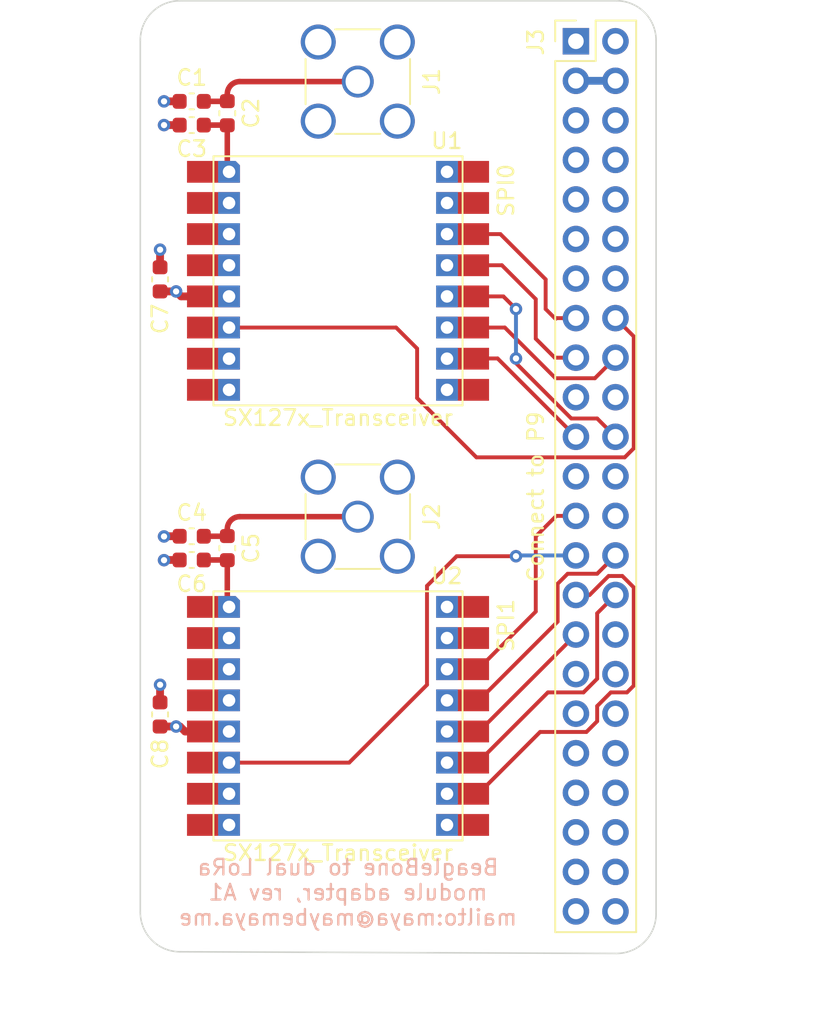
<source format=kicad_pcb>
(kicad_pcb (version 20211014) (generator pcbnew)
  (title_block (title "BeagleBone to dual LoRa module adapter") (date "2023-04-14") (rev "A1") (company "Maya"))
  (layers (0 "F.Cu" signal) (1 "In1.Cu" signal) (2 "In2.Cu" signal) (31 "B.Cu" signal) (34 "B.Paste" user) (35 "F.Paste" user) (36 "B.SilkS" user "B.Silkscreen") (37 "F.SilkS" user "F.Silkscreen") (38 "B.Mask" user) (39 "F.Mask" user) (44 "Edge.Cuts" user))
  (net 0 "")
  (net 1 "GND")
  (net 2 "Net-(C1-Pad2)")
  (net 3 "Net-(C2-Pad2)")
  (net 4 "Net-(C4-Pad2)")
  (net 5 "Net-(C5-Pad2)")
  (net 6 "+3V3")
  (net 9 "/IRQ0")
  (net 12 "/MISO0")
  (net 13 "/MOSI0")
  (net 14 "/SCK0")
  (net 15 "/~{CS0}")
  (net 16 "/~{RESET0}")
  (net 20 "/IRQ1")
  (net 23 "/MISO1")
  (net 24 "/MOSI1")
  (net 25 "/SCK1")
  (net 26 "/~{CS1}")
  (net 27 "/~{RESET1}")
  (footprint "Library:LoRaModule-16_16.0x16.0mm_Layout2x8_P2.0mm" (layer "F.Cu") (at 101.22 86.075)
    (fp_text reference "U2" (at 14.985 -0.985 unlocked) (layer "F.SilkS"))
    (fp_text value "SX127x_Transceiver" (at 8 16.795 unlocked) (layer "F.SilkS"))
    (fp_line (start 0 16) (end 0 0) (layer "F.SilkS") (width 0.12))
    (fp_line (start 0 0) (end 16 0) (layer "F.SilkS") (width 0.12))
    (fp_line (start 16 0) (end 16 16) (layer "F.SilkS") (width 0.12))
    (fp_line (start 16 16) (end 0 16) (layer "F.SilkS") (width 0.12))
    (pad "1" thru_hole roundrect (at 1 1) (size 1.4 1.4) (drill 0.8) (layers *.Cu *.Mask) (roundrect_rratio 0) (chamfer_ratio 0.2) (chamfer top_right) (net 5 "Net-(C5-Pad2)"))
    (pad "1" smd rect (at -0.7 1) (size 2 1.4) (layers "F.Cu" "F.Paste" "F.Mask") (net 5 "Net-(C5-Pad2)"))
    (pad "2" smd rect (at -0.7 3) (size 2 1.4) (layers "F.Cu" "F.Paste" "F.Mask") (net 1 "GND"))
    (pad "2" thru_hole rect (at 1 3) (size 1.4 1.4) (drill 0.8) (layers *.Cu *.Mask) (net 1 "GND"))
    (pad "3" smd rect (at -0.7 5) (size 2 1.4) (layers "F.Cu" "F.Paste" "F.Mask"))
    (pad "3" thru_hole rect (at 1 5) (size 1.4 1.4) (drill 0.8) (layers *.Cu *.Mask))
    (pad "4" thru_hole rect (at 1 7) (size 1.4 1.4) (drill 0.8) (layers *.Cu *.Mask))
    (pad "4" smd rect (at -0.7 7) (size 2 1.4) (layers "F.Cu" "F.Paste" "F.Mask"))
    (pad "5" smd rect (at -0.7 9) (size 2 1.4) (layers "F.Cu" "F.Paste" "F.Mask") (net 6 "+3V3"))
    (pad "5" thru_hole rect (at 1 9) (size 1.4 1.4) (drill 0.8) (layers *.Cu *.Mask) (net 6 "+3V3"))
    (pad "6" smd rect (at -0.7 11) (size 2 1.4) (layers "F.Cu" "F.Paste" "F.Mask") (net 20 "/IRQ1"))
    (pad "6" thru_hole rect (at 1 11) (size 1.4 1.4) (drill 0.8) (layers *.Cu *.Mask) (net 20 "/IRQ1"))
    (pad "7" thru_hole rect (at 1 13) (size 1.4 1.4) (drill 0.8) (layers *.Cu *.Mask))
    (pad "7" smd rect (at -0.7 13) (size 2 1.4) (layers "F.Cu" "F.Paste" "F.Mask"))
    (pad "8" thru_hole rect (at 1 15) (size 1.4 1.4) (drill 0.8) (layers *.Cu *.Mask))
    (pad "8" smd rect (at -0.7 15) (size 2 1.4) (layers "F.Cu" "F.Paste" "F.Mask"))
    (pad "9" smd rect (at 16.7 15) (size 2 1.4) (layers "F.Cu" "F.Paste" "F.Mask") (net 1 "GND"))
    (pad "9" thru_hole rect (at 15 15) (size 1.4 1.4) (drill 0.8) (layers *.Cu *.Mask) (net 1 "GND"))
    (pad "10" thru_hole rect (at 15 13) (size 1.4 1.4) (drill 0.8) (layers *.Cu *.Mask) (net 23 "/MISO1"))
    (pad "10" smd rect (at 16.7 13) (size 2 1.4) (layers "F.Cu" "F.Paste" "F.Mask") (net 23 "/MISO1"))
    (pad "11" smd rect (at 16.7 11) (size 2 1.4) (layers "F.Cu" "F.Paste" "F.Mask") (net 24 "/MOSI1"))
    (pad "11" thru_hole rect (at 15 11) (size 1.4 1.4) (drill 0.8) (layers *.Cu *.Mask) (net 24 "/MOSI1"))
    (pad "12" smd rect (at 16.7 9) (size 2 1.4) (layers "F.Cu" "F.Paste" "F.Mask") (net 25 "/SCK1"))
    (pad "12" thru_hole rect (at 15 9) (size 1.4 1.4) (drill 0.8) (layers *.Cu *.Mask) (net 25 "/SCK1"))
    (pad "13" thru_hole rect (at 15 7) (size 1.4 1.4) (drill 0.8) (layers *.Cu *.Mask) (net 26 "/~{CS1}"))
    (pad "13" smd rect (at 16.7 7) (size 2 1.4) (layers "F.Cu" "F.Paste" "F.Mask") (net 26 "/~{CS1}"))
    (pad "14" smd rect (at 16.7 5) (size 2 1.4) (layers "F.Cu" "F.Paste" "F.Mask") (net 27 "/~{RESET1}"))
    (pad "14" thru_hole rect (at 15 5) (size 1.4 1.4) (drill 0.8) (layers *.Cu *.Mask) (net 27 "/~{RESET1}"))
    (pad "15" thru_hole rect (at 15 3) (size 1.4 1.4) (drill 0.8) (layers *.Cu *.Mask))
    (pad "15" smd rect (at 16.7 3) (size 2 1.4) (layers "F.Cu" "F.Paste" "F.Mask"))
    (pad "16" smd rect (at 16.7 1) (size 2 1.4) (layers "F.Cu" "F.Paste" "F.Mask") (net 1 "GND"))
    (pad "16" thru_hole rect (at 15 1) (size 1.4 1.4) (drill 0.8) (layers *.Cu *.Mask) (net 1 "GND"))
  )
  (footprint "Capacitor_SMD:C_0603_1608Metric" (layer "F.Cu") (at 99.822 82.537)
    (fp_text reference "C4" (at 0 -1.511 180) (layer "F.SilkS"))
    (fp_text value "DNP")
    (fp_line (start -0.14058 0.51) (end 0.14058 0.51) (layer "F.SilkS") (width 0.12))
    (fp_line (start -0.14058 -0.51) (end 0.14058 -0.51) (layer "F.SilkS") (width 0.12))
    (pad "1" smd roundrect (at -0.775 0) (size 0.9 0.95) (layers "F.Cu" "F.Paste" "F.Mask") (net 1 "GND"))
    (pad "2" smd roundrect (at 0.775 0) (size 0.9 0.95) (layers "F.Cu" "F.Paste" "F.Mask") (net 4 "Net-(C4-Pad2)"))
  )
  (footprint "Capacitor_SMD:C_0603_1608Metric" (layer "F.Cu") (at 99.822 56.134 180)
    (fp_text reference "C3" (at 0 -1.524 180) (layer "F.SilkS"))
    (fp_text value "DNP")
    (fp_line (start -0.14058 -0.51) (end 0.14058 -0.51) (layer "F.SilkS") (width 0.12))
    (fp_line (start -0.14058 0.51) (end 0.14058 0.51) (layer "F.SilkS") (width 0.12))
    (pad "1" smd roundrect (at -0.775 0 180) (size 0.9 0.95) (layers "F.Cu" "F.Paste" "F.Mask") (net 3 "Net-(C2-Pad2)"))
    (pad "2" smd roundrect (at 0.775 0 180) (size 0.9 0.95) (layers "F.Cu" "F.Paste" "F.Mask") (net 1 "GND"))
  )
  (footprint "Capacitor_SMD:C_0603_1608Metric" (layer "F.Cu") (at 102.108 55.372 -90)
    (fp_text reference "C2" (at 0 -1.524 -90) (layer "F.SilkS"))
    (fp_text value "220p")
    (fp_line (start -0.14058 -0.51) (end 0.14058 -0.51) (layer "F.SilkS") (width 0.12))
    (fp_line (start -0.14058 0.51) (end 0.14058 0.51) (layer "F.SilkS") (width 0.12))
    (pad "1" smd roundrect (at -0.775 0 270) (size 0.9 0.95) (layers "F.Cu" "F.Paste" "F.Mask") (net 2 "Net-(C1-Pad2)"))
    (pad "2" smd roundrect (at 0.775 0 270) (size 0.9 0.95) (layers "F.Cu" "F.Paste" "F.Mask") (net 3 "Net-(C2-Pad2)"))
  )
  (footprint "Capacitor_SMD:C_0603_1608Metric" (layer "F.Cu") (at 99.822 84.061 180)
    (fp_text reference "C6" (at 0 -1.537 180) (layer "F.SilkS"))
    (fp_text value "DNP")
    (fp_line (start -0.14058 -0.51) (end 0.14058 -0.51) (layer "F.SilkS") (width 0.12))
    (fp_line (start -0.14058 0.51) (end 0.14058 0.51) (layer "F.SilkS") (width 0.12))
    (pad "1" smd roundrect (at -0.775 0 180) (size 0.9 0.95) (layers "F.Cu" "F.Paste" "F.Mask") (net 5 "Net-(C5-Pad2)"))
    (pad "2" smd roundrect (at 0.775 0 180) (size 0.9 0.95) (layers "F.Cu" "F.Paste" "F.Mask") (net 1 "GND"))
  )
  (footprint "Connector_PinHeader_2.54mm:PinHeader_2x23_P2.54mm_Vertical" (layer "F.Cu") (at 124.5 50.75)
    (fp_text reference "J3" (at -2.58 0.05 270) (layer "F.SilkS"))
    (fp_text value "Conn_02x23_Odd_Even" hide)
    (fp_line (start 1.27 -1.33) (end 3.87 -1.33) (layer "F.SilkS") (width 0.12))
    (fp_line (start 3.87 -1.33) (end 3.87 57.21) (layer "F.SilkS") (width 0.12))
    (fp_line (start -1.33 57.21) (end 3.87 57.21) (layer "F.SilkS") (width 0.12))
    (fp_line (start -1.33 -1.33) (end 0 -1.33) (layer "F.SilkS") (width 0.12))
    (fp_line (start -1.33 1.27) (end 1.27 1.27) (layer "F.SilkS") (width 0.12))
    (fp_line (start -1.33 0) (end -1.33 -1.33) (layer "F.SilkS") (width 0.12))
    (fp_line (start -1.33 1.27) (end -1.33 57.21) (layer "F.SilkS") (width 0.12))
    (fp_line (start 1.27 1.27) (end 1.27 -1.33) (layer "F.SilkS") (width 0.12))
    (pad "1" thru_hole rect (at 0 0) (size 1.7 1.7) (drill 1) (layers *.Cu *.Mask) (net 1 "GND"))
    (pad "2" thru_hole oval (at 2.54 0) (size 1.7 1.7) (drill 1) (layers *.Cu *.Mask) (net 1 "GND"))
    (pad "3" thru_hole oval (at 0 2.54) (size 1.7 1.7) (drill 1) (layers *.Cu *.Mask) (net 6 "+3V3"))
    (pad "4" thru_hole oval (at 2.54 2.54) (size 1.7 1.7) (drill 1) (layers *.Cu *.Mask) (net 6 "+3V3"))
    (pad "5" thru_hole oval (at 0 5.08) (size 1.7 1.7) (drill 1) (layers *.Cu *.Mask))
    (pad "6" thru_hole oval (at 2.54 5.08) (size 1.7 1.7) (drill 1) (layers *.Cu *.Mask))
    (pad "7" thru_hole oval (at 0 7.62) (size 1.7 1.7) (drill 1) (layers *.Cu *.Mask))
    (pad "8" thru_hole oval (at 2.54 7.62) (size 1.7 1.7) (drill 1) (layers *.Cu *.Mask))
    (pad "9" thru_hole oval (at 0 10.16) (size 1.7 1.7) (drill 1) (layers *.Cu *.Mask))
    (pad "10" thru_hole oval (at 2.54 10.16) (size 1.7 1.7) (drill 1) (layers *.Cu *.Mask))
    (pad "11" thru_hole oval (at 0 12.7) (size 1.7 1.7) (drill 1) (layers *.Cu *.Mask))
    (pad "12" thru_hole oval (at 2.54 12.7) (size 1.7 1.7) (drill 1) (layers *.Cu *.Mask))
    (pad "13" thru_hole oval (at 0 15.24) (size 1.7 1.7) (drill 1) (layers *.Cu *.Mask))
    (pad "14" thru_hole oval (at 2.54 15.24) (size 1.7 1.7) (drill 1) (layers *.Cu *.Mask))
    (pad "15" thru_hole oval (at 0 17.78) (size 1.7 1.7) (drill 1) (layers *.Cu *.Mask) (net 16 "/~{RESET0}"))
    (pad "16" thru_hole oval (at 2.54 17.78) (size 1.7 1.7) (drill 1) (layers *.Cu *.Mask) (net 9 "/IRQ0"))
    (pad "17" thru_hole oval (at 0 20.32) (size 1.7 1.7) (drill 1) (layers *.Cu *.Mask) (net 15 "/~{CS0}"))
    (pad "18" thru_hole oval (at 2.54 20.32) (size 1.7 1.7) (drill 1) (layers *.Cu *.Mask) (net 13 "/MOSI0"))
    (pad "19" thru_hole oval (at 0 22.86) (size 1.7 1.7) (drill 1) (layers *.Cu *.Mask))
    (pad "20" thru_hole oval (at 2.54 22.86) (size 1.7 1.7) (drill 1) (layers *.Cu *.Mask))
    (pad "21" thru_hole oval (at 0 25.4) (size 1.7 1.7) (drill 1) (layers *.Cu *.Mask) (net 12 "/MISO0"))
    (pad "22" thru_hole oval (at 2.54 25.4) (size 1.7 1.7) (drill 1) (layers *.Cu *.Mask) (net 14 "/SCK0"))
    (pad "23" thru_hole oval (at 0 27.94) (size 1.7 1.7) (drill 1) (layers *.Cu *.Mask))
    (pad "24" thru_hole oval (at 2.54 27.94) (size 1.7 1.7) (drill 1) (layers *.Cu *.Mask))
    (pad "25" thru_hole oval (at 0 30.48) (size 1.7 1.7) (drill 1) (layers *.Cu *.Mask) (net 27 "/~{RESET1}"))
    (pad "26" thru_hole oval (at 2.54 30.48) (size 1.7 1.7) (drill 1) (layers *.Cu *.Mask))
    (pad "27" thru_hole oval (at 0 33.02) (size 1.7 1.7) (drill 1) (layers *.Cu *.Mask) (net 20 "/IRQ1"))
    (pad "28" thru_hole oval (at 2.54 33.02) (size 1.7 1.7) (drill 1) (layers *.Cu *.Mask) (net 26 "/~{CS1}"))
    (pad "29" thru_hole oval (at 0 35.56) (size 1.7 1.7) (drill 1) (layers *.Cu *.Mask) (net 23 "/MISO1"))
    (pad "30" thru_hole oval (at 2.54 35.56) (size 1.7 1.7) (drill 1) (layers *.Cu *.Mask) (net 24 "/MOSI1"))
    (pad "31" thru_hole oval (at 0 38.1) (size 1.7 1.7) (drill 1) (layers *.Cu *.Mask) (net 25 "/SCK1"))
    (pad "32" thru_hole oval (at 2.54 38.1) (size 1.7 1.7) (drill 1) (layers *.Cu *.Mask))
    (pad "33" thru_hole oval (at 0 40.64) (size 1.7 1.7) (drill 1) (layers *.Cu *.Mask))
    (pad "34" thru_hole oval (at 2.54 40.64) (size 1.7 1.7) (drill 1) (layers *.Cu *.Mask))
    (pad "35" thru_hole oval (at 0 43.18) (size 1.7 1.7) (drill 1) (layers *.Cu *.Mask))
    (pad "36" thru_hole oval (at 2.54 43.18) (size 1.7 1.7) (drill 1) (layers *.Cu *.Mask))
    (pad "37" thru_hole oval (at 0 45.72) (size 1.7 1.7) (drill 1) (layers *.Cu *.Mask))
    (pad "38" thru_hole oval (at 2.54 45.72) (size 1.7 1.7) (drill 1) (layers *.Cu *.Mask))
    (pad "39" thru_hole oval (at 0 48.26) (size 1.7 1.7) (drill 1) (layers *.Cu *.Mask))
    (pad "40" thru_hole oval (at 2.54 48.26) (size 1.7 1.7) (drill 1) (layers *.Cu *.Mask))
    (pad "41" thru_hole oval (at 0 50.8) (size 1.7 1.7) (drill 1) (layers *.Cu *.Mask))
    (pad "42" thru_hole oval (at 2.54 50.8) (size 1.7 1.7) (drill 1) (layers *.Cu *.Mask))
    (pad "43" thru_hole oval (at 0 53.34) (size 1.7 1.7) (drill 1) (layers *.Cu *.Mask) (net 1 "GND"))
    (pad "44" thru_hole oval (at 2.54 53.34) (size 1.7 1.7) (drill 1) (layers *.Cu *.Mask) (net 1 "GND"))
    (pad "45" thru_hole oval (at 0 55.88) (size 1.7 1.7) (drill 1) (layers *.Cu *.Mask) (net 1 "GND"))
    (pad "46" thru_hole oval (at 2.54 55.88) (size 1.7 1.7) (drill 1) (layers *.Cu *.Mask) (net 1 "GND"))
  )
  (footprint "Library:SMA_Cinch_142-0701_Vertical" (layer "F.Cu") (at 110.49 53.34 -90)
    (fp_text reference "J1" (at 0 -4.75 90) (layer "F.SilkS"))
    (fp_text value "Conn_Coaxial" hide)
    (fp_line (start 3.355 -1.45) (end 3.355 1.45) (layer "F.SilkS") (width 0.12))
    (fp_line (start -1.45 3.355) (end 1.45 3.355) (layer "F.SilkS") (width 0.12))
    (fp_line (start -1.45 -3.355) (end 1.45 -3.355) (layer "F.SilkS") (width 0.12))
    (fp_line (start -3.355 -1.45) (end -3.355 1.45) (layer "F.SilkS") (width 0.12))
    (pad "1" thru_hole circle (at 0 0 270) (size 2.05 2.05) (drill 1.57) (layers *.Cu *.Mask) (net 2 "Net-(C1-Pad2)"))
    (pad "2" thru_hole circle (at -2.54 2.54 270) (size 2.25 2.25) (drill 1.7) (layers *.Cu *.Mask) (net 1 "GND"))
    (pad "2" thru_hole circle (at 2.54 2.54 270) (size 2.25 2.25) (drill 1.7) (layers *.Cu *.Mask) (net 1 "GND"))
    (pad "2" thru_hole circle (at 2.54 -2.54 270) (size 2.25 2.25) (drill 1.7) (layers *.Cu *.Mask) (net 1 "GND"))
    (pad "2" thru_hole circle (at -2.54 -2.54 270) (size 2.25 2.25) (drill 1.7) (layers *.Cu *.Mask) (net 1 "GND"))
  )
  (footprint "Capacitor_SMD:C_0603_1608Metric" (layer "F.Cu") (at 97.79 66.04 90)
    (fp_text reference "C7" (at -2.54 0 90) (layer "F.SilkS"))
    (fp_text value "10u")
    (fp_line (start -0.14058 -0.51) (end 0.14058 -0.51) (layer "F.SilkS") (width 0.12))
    (fp_line (start -0.14058 0.51) (end 0.14058 0.51) (layer "F.SilkS") (width 0.12))
    (pad "1" smd roundrect (at -0.775 0 90) (size 0.9 0.95) (layers "F.Cu" "F.Paste" "F.Mask") (net 6 "+3V3"))
    (pad "2" smd roundrect (at 0.775 0 90) (size 0.9 0.95) (layers "F.Cu" "F.Paste" "F.Mask") (net 1 "GND"))
  )
  (footprint "Capacitor_SMD:C_0603_1608Metric" (layer "F.Cu") (at 99.822 54.61)
    (fp_text reference "C1" (at 0 -1.524 180) (layer "F.SilkS"))
    (fp_text value "DNP")
    (fp_line (start -0.14058 -0.51) (end 0.14058 -0.51) (layer "F.SilkS") (width 0.12))
    (fp_line (start -0.14058 0.51) (end 0.14058 0.51) (layer "F.SilkS") (width 0.12))
    (pad "1" smd roundrect (at -0.775 0) (size 0.9 0.95) (layers "F.Cu" "F.Paste" "F.Mask") (net 1 "GND"))
    (pad "2" smd roundrect (at 0.775 0) (size 0.9 0.95) (layers "F.Cu" "F.Paste" "F.Mask") (net 2 "Net-(C1-Pad2)"))
  )
  (footprint "Capacitor_SMD:C_0603_1608Metric" (layer "F.Cu") (at 97.79 93.98 90)
    (fp_text reference "C8" (at -2.54 0 90) (layer "F.SilkS"))
    (fp_text value "10u")
    (fp_line (start -0.14058 0.51) (end 0.14058 0.51) (layer "F.SilkS") (width 0.12))
    (fp_line (start -0.14058 -0.51) (end 0.14058 -0.51) (layer "F.SilkS") (width 0.12))
    (pad "1" smd roundrect (at -0.775 0 90) (size 0.9 0.95) (layers "F.Cu" "F.Paste" "F.Mask") (net 6 "+3V3"))
    (pad "2" smd roundrect (at 0.775 0 90) (size 0.9 0.95) (layers "F.Cu" "F.Paste" "F.Mask") (net 1 "GND"))
  )
  (footprint "Library:LoRaModule-16_16.0x16.0mm_Layout2x8_P2.0mm" (layer "F.Cu") (at 101.22 58.135)
    (fp_text reference "U1" (at 14.985 -0.985 unlocked) (layer "F.SilkS"))
    (fp_text value "SX127x_Transceiver" (at 8 16.795 unlocked) (layer "F.SilkS"))
    (fp_line (start 0 0) (end 16 0) (layer "F.SilkS") (width 0.12))
    (fp_line (start 0 16) (end 0 0) (layer "F.SilkS") (width 0.12))
    (fp_line (start 16 16) (end 0 16) (layer "F.SilkS") (width 0.12))
    (fp_line (start 16 0) (end 16 16) (layer "F.SilkS") (width 0.12))
    (pad "1" thru_hole roundrect (at 1 1) (size 1.4 1.4) (drill 0.8) (layers *.Cu *.Mask) (roundrect_rratio 0) (chamfer_ratio 0.2) (chamfer top_right) (net 3 "Net-(C2-Pad2)"))
    (pad "1" smd rect (at -0.7 1) (size 2 1.4) (layers "F.Cu" "F.Paste" "F.Mask") (net 3 "Net-(C2-Pad2)"))
    (pad "2" smd rect (at -0.7 3) (size 2 1.4) (layers "F.Cu" "F.Paste" "F.Mask") (net 1 "GND"))
    (pad "2" thru_hole rect (at 1 3) (size 1.4 1.4) (drill 0.8) (layers *.Cu *.Mask) (net 1 "GND"))
    (pad "3" smd rect (at -0.7 5) (size 2 1.4) (layers "F.Cu" "F.Paste" "F.Mask"))
    (pad "3" thru_hole rect (at 1 5) (size 1.4 1.4) (drill 0.8) (layers *.Cu *.Mask))
    (pad "4" smd rect (at -0.7 7) (size 2 1.4) (layers "F.Cu" "F.Paste" "F.Mask"))
    (pad "4" thru_hole rect (at 1 7) (size 1.4 1.4) (drill 0.8) (layers *.Cu *.Mask))
    (pad "5" thru_hole rect (at 1 9) (size 1.4 1.4) (drill 0.8) (layers *.Cu *.Mask) (net 6 "+3V3"))
    (pad "5" smd rect (at -0.7 9) (size 2 1.4) (layers "F.Cu" "F.Paste" "F.Mask") (net 6 "+3V3"))
    (pad "6" thru_hole rect (at 1 11) (size 1.4 1.4) (drill 0.8) (layers *.Cu *.Mask) (net 9 "/IRQ0"))
    (pad "6" smd rect (at -0.7 11) (size 2 1.4) (layers "F.Cu" "F.Paste" "F.Mask") (net 9 "/IRQ0"))
    (pad "7" thru_hole rect (at 1 13) (size 1.4 1.4) (drill 0.8) (layers *.Cu *.Mask))
    (pad "7" smd rect (at -0.7 13) (size 2 1.4) (layers "F.Cu" "F.Paste" "F.Mask"))
    (pad "8" smd rect (at -0.7 15) (size 2 1.4) (layers "F.Cu" "F.Paste" "F.Mask"))
    (pad "8" thru_hole rect (at 1 15) (size 1.4 1.4) (drill 0.8) (layers *.Cu *.Mask))
    (pad "9" thru_hole rect (at 15 15) (size 1.4 1.4) (drill 0.8) (layers *.Cu *.Mask) (net 1 "GND"))
    (pad "9" smd rect (at 16.7 15) (size 2 1.4) (layers "F.Cu" "F.Paste" "F.Mask") (net 1 "GND"))
    (pad "10" thru_hole rect (at 15 13) (size 1.4 1.4) (drill 0.8) (layers *.Cu *.Mask) (net 12 "/MISO0"))
    (pad "10" smd rect (at 16.7 13) (size 2 1.4) (layers "F.Cu" "F.Paste" "F.Mask") (net 12 "/MISO0"))
    (pad "11" thru_hole rect (at 15 11) (size 1.4 1.4) (drill 0.8) (layers *.Cu *.Mask) (net 13 "/MOSI0"))
    (pad "11" smd rect (at 16.7 11) (size 2 1.4) (layers "F.Cu" "F.Paste" "F.Mask") (net 13 "/MOSI0"))
    (pad "12" smd rect (at 16.7 9) (size 2 1.4) (layers "F.Cu" "F.Paste" "F.Mask") (net 14 "/SCK0"))
    (pad "12" thru_hole rect (at 15 9) (size 1.4 1.4) (drill 0.8) (layers *.Cu *.Mask) (net 14 "/SCK0"))
    (pad "13" smd rect (at 16.7 7) (size 2 1.4) (layers "F.Cu" "F.Paste" "F.Mask") (net 15 "/~{CS0}"))
    (pad "13" thru_hole rect (at 15 7) (size 1.4 1.4) (drill 0.8) (layers *.Cu *.Mask) (net 15 "/~{CS0}"))
    (pad "14" smd rect (at 16.7 5) (size 2 1.4) (layers "F.Cu" "F.Paste" "F.Mask") (net 16 "/~{RESET0}"))
    (pad "14" thru_hole rect (at 15 5) (size 1.4 1.4) (drill 0.8) (layers *.Cu *.Mask) (net 16 "/~{RESET0}"))
    (pad "15" thru_hole rect (at 15 3) (size 1.4 1.4) (drill 0.8) (layers *.Cu *.Mask))
    (pad "15" smd rect (at 16.7 3) (size 2 1.4) (layers "F.Cu" "F.Paste" "F.Mask"))
    (pad "16" thru_hole rect (at 15 1) (size 1.4 1.4) (drill 0.8) (layers *.Cu *.Mask) (net 1 "GND"))
    (pad "16" smd rect (at 16.7 1) (size 2 1.4) (layers "F.Cu" "F.Paste" "F.Mask") (net 1 "GND"))
  )
  (footprint "Capacitor_SMD:C_0603_1608Metric" (layer "F.Cu") (at 102.108 83.299 -90)
    (fp_text reference "C5" (at 0.013 -1.524 -90) (layer "F.SilkS"))
    (fp_text value "220p")
    (fp_line (start -0.14058 -0.51) (end 0.14058 -0.51) (layer "F.SilkS") (width 0.12))
    (fp_line (start -0.14058 0.51) (end 0.14058 0.51) (layer "F.SilkS") (width 0.12))
    (pad "1" smd roundrect (at -0.775 0 270) (size 0.9 0.95) (layers "F.Cu" "F.Paste" "F.Mask") (net 4 "Net-(C4-Pad2)"))
    (pad "2" smd roundrect (at 0.775 0 270) (size 0.9 0.95) (layers "F.Cu" "F.Paste" "F.Mask") (net 5 "Net-(C5-Pad2)"))
  )
  (footprint "Library:SMA_Cinch_142-0701_Vertical" (layer "F.Cu") (at 110.49 81.28 -90)
    (fp_text reference "J2" (at 0 -4.75 90) (layer "F.SilkS"))
    (fp_text value "Conn_Coaxial" hide)
    (fp_line (start -1.45 3.355) (end 1.45 3.355) (layer "F.SilkS") (width 0.12))
    (fp_line (start 3.355 -1.45) (end 3.355 1.45) (layer "F.SilkS") (width 0.12))
    (fp_line (start -1.45 -3.355) (end 1.45 -3.355) (layer "F.SilkS") (width 0.12))
    (fp_line (start -3.355 -1.45) (end -3.355 1.45) (layer "F.SilkS") (width 0.12))
    (pad "1" thru_hole circle (at 0 0 270) (size 2.05 2.05) (drill 1.57) (layers *.Cu *.Mask) (net 4 "Net-(C4-Pad2)"))
    (pad "2" thru_hole circle (at 2.54 -2.54 270) (size 2.25 2.25) (drill 1.7) (layers *.Cu *.Mask) (net 1 "GND"))
    (pad "2" thru_hole circle (at -2.54 -2.54 270) (size 2.25 2.25) (drill 1.7) (layers *.Cu *.Mask) (net 1 "GND"))
    (pad "2" thru_hole circle (at 2.54 2.54 270) (size 2.25 2.25) (drill 1.7) (layers *.Cu *.Mask) (net 1 "GND"))
    (pad "2" thru_hole circle (at -2.54 2.54 270) (size 2.25 2.25) (drill 1.7) (layers *.Cu *.Mask) (net 1 "GND"))
  )
  (gr_arc (start 99.06 109.22) (mid 97.263949 108.476051) (end 96.52 106.68) (layer "Edge.Cuts") (width 0.1))
  (gr_line (start 129.648949 50.691051) (end 129.648949 106.788949) (layer "Edge.Cuts") (width 0.1))
  (gr_arc (start 129.648949 106.788949) (mid 128.905 108.585) (end 127.108949 109.328949) (layer "Edge.Cuts") (width 0.1))
  (gr_line (start 96.52 106.68) (end 96.52 50.691051) (layer "Edge.Cuts") (width 0.1))
  (gr_line (start 127.108949 48.151051) (end 99.06 48.151051) (layer "Edge.Cuts") (width 0.1))
  (gr_line (start 127.108949 109.328949) (end 99.06 109.22) (layer "Edge.Cuts") (width 0.1))
  (gr_arc (start 96.52 50.691051) (mid 97.263949 48.895) (end 99.06 48.151051) (layer "Edge.Cuts") (width 0.1))
  (gr_arc (start 127.108949 48.151051) (mid 128.905 48.895) (end 129.648949 50.691051) (layer "Edge.Cuts") (width 0.1))
  (gr_text "BeagleBone to dual LoRa\nmodule adapter, rev ${REVISION}\nmailto:maya@maybemaya.me" (at 109.855 105.41) (layer "B.SilkS") (effects (font (size 1 1)) (justify mirror)))
  (gr_text "SPI1" (at 120.015 88.265 90) (layer "F.SilkS") (effects (font (size 1 1))))
  (gr_text "SPI0" (at 120.015 60.325 90) (layer "F.SilkS") (effects (font (size 1 1))))
  (gr_text "Connect to P9" (at 121.92 80.01 90) (layer "F.SilkS") (effects (font (size 1 1))))
  (segment (start 99.047 84.061) (end 98.057 84.061) (width 0.5) (layer "F.Cu") (net 1))
  (segment (start 99.047 54.61) (end 98.044 54.61) (width 0.5) (layer "F.Cu") (net 1))
  (segment (start 97.79 93.205) (end 97.79 92.075) (width 0.5) (layer "F.Cu") (net 1))
  (segment (start 97.79 65.265) (end 97.79 64.135) (width 0.5) (layer "F.Cu") (net 1))
  (segment (start 98.057 84.061) (end 98.044 84.074) (width 0.5) (layer "F.Cu") (net 1))
  (segment (start 99.047 56.134) (end 98.044 56.134) (width 0.5) (layer "F.Cu") (net 1))
  (segment (start 98.057 82.537) (end 98.044 82.55) (width 0.5) (layer "F.Cu") (net 1))
  (segment (start 99.047 82.537) (end 98.057 82.537) (width 0.5) (layer "F.Cu") (net 1))
  (via (at 97.79 92.075) (size 0.8) (drill 0.4) (layers "F.Cu" "B.Cu") (net 1))
  (via (at 98.044 54.61) (size 0.8) (drill 0.4) (layers "F.Cu" "B.Cu") (net 1))
  (via (at 98.044 56.134) (size 0.8) (drill 0.4) (layers "F.Cu" "B.Cu") (net 1))
  (via (at 98.044 82.55) (size 0.8) (drill 0.4) (layers "F.Cu" "B.Cu") (net 1))
  (via (at 97.79 64.135) (size 0.8) (drill 0.4) (layers "F.Cu" "B.Cu") (net 1))
  (via (at 98.044 84.074) (size 0.8) (drill 0.4) (layers "F.Cu" "B.Cu") (net 1))
  (segment (start 102.108 54.597) (end 102.108 54.14) (width 0.356407) (layer "F.Cu") (net 2))
  (segment (start 102.095 54.61) (end 102.108 54.597) (width 0.356407) (layer "F.Cu") (net 2))
  (segment (start 102.908 53.34) (end 110.49 53.34) (width 0.356407) (layer "F.Cu") (net 2))
  (segment (start 100.597 54.61) (end 102.095 54.61) (width 0.356407) (layer "F.Cu") (net 2))
  (arc (start 102.108 54.14) (mid 102.342315 53.574315) (end 102.908 53.34) (width 0.356407) (layer "F.Cu") (net 2))
  (segment (start 102.095 56.134) (end 102.108 56.147) (width 0.356407) (layer "F.Cu") (net 3))
  (segment (start 102.108 56.147) (end 102.108 58.928) (width 0.356407) (layer "F.Cu") (net 3))
  (segment (start 100.597 56.134) (end 102.095 56.134) (width 0.356407) (layer "F.Cu") (net 3))
  (segment (start 100.597 82.537) (end 102.095 82.537) (width 0.356407) (layer "F.Cu") (net 4))
  (segment (start 102.095 82.537) (end 102.108 82.524) (width 0.356407) (layer "F.Cu") (net 4))
  (segment (start 102.108 82.08) (end 102.108 82.524) (width 0.356407) (layer "F.Cu") (net 4))
  (segment (start 110.49 81.28) (end 102.908 81.28) (width 0.356407) (layer "F.Cu") (net 4))
  (arc (start 102.908 81.28) (mid 102.342315 81.514315) (end 102.108 82.08) (width 0.356407) (layer "F.Cu") (net 4))
  (segment (start 100.597 84.061) (end 102.095 84.061) (width 0.356407) (layer "F.Cu") (net 5))
  (segment (start 102.108 84.328) (end 102.108 87.122) (width 0.356407) (layer "F.Cu") (net 5))
  (segment (start 102.095 84.061) (end 102.108 84.074) (width 0.356407) (layer "F.Cu") (net 5))
  (segment (start 99.073 94.755) (end 99.393 95.075) (width 0.5) (layer "F.Cu") (net 6))
  (segment (start 98.819 66.815) (end 99.139 67.135) (width 0.5) (layer "F.Cu") (net 6))
  (segment (start 99.139 67.135) (end 100.52 67.135) (width 0.5) (layer "F.Cu") (net 6))
  (segment (start 99.393 95.075) (end 100.52 95.075) (width 0.5) (layer "F.Cu") (net 6))
  (segment (start 97.79 66.815) (end 98.819 66.815) (width 0.5) (layer "F.Cu") (net 6))
  (segment (start 97.79 94.755) (end 99.073 94.755) (width 0.5) (layer "F.Cu") (net 6))
  (via (at 98.819 66.815) (size 0.8) (drill 0.4) (layers "F.Cu" "B.Cu") (net 6))
  (via (at 98.819 94.755) (size 0.8) (drill 0.4) (layers "F.Cu" "B.Cu") (net 6))
  (segment (start 127.04 53.29) (end 124.5 53.29) (width 0.5) (layer "B.Cu") (net 6))
  (segment (start 128.215 76.89) (end 128.215 69.705) (width 0.25) (layer "F.Cu") (net 9))
  (segment (start 112.95 69.135) (end 114.3 70.485) (width 0.25) (layer "F.Cu") (net 9))
  (segment (start 114.3 73.66) (end 118.11 77.47) (width 0.25) (layer "F.Cu") (net 9))
  (segment (start 114.3 70.485) (end 114.3 73.66) (width 0.25) (layer "F.Cu") (net 9))
  (segment (start 118.11 77.47) (end 127.635 77.47) (width 0.25) (layer "F.Cu") (net 9))
  (segment (start 128.215 69.705) (end 127.04 68.53) (width 0.25) (layer "F.Cu") (net 9))
  (segment (start 102.22 69.135) (end 112.95 69.135) (width 0.25) (layer "F.Cu") (net 9))
  (segment (start 127.635 77.47) (end 128.215 76.89) (width 0.25) (layer "F.Cu") (net 9))
  (segment (start 118.235 71.12) (end 119.47 71.12) (width 0.25) (layer "F.Cu") (net 12))
  (segment (start 117.92 71.135) (end 118.22 71.135) (width 0.25) (layer "F.Cu") (net 12))
  (segment (start 118.22 71.135) (end 118.235 71.12) (width 0.25) (layer "F.Cu") (net 12))
  (segment (start 119.47 71.12) (end 124.5 76.15) (width 0.25) (layer "F.Cu") (net 12))
  (segment (start 125.72 72.39) (end 127.04 71.07) (width 0.25) (layer "F.Cu") (net 13))
  (segment (start 123.19 72.39) (end 125.72 72.39) (width 0.25) (layer "F.Cu") (net 13))
  (segment (start 119.935 69.135) (end 123.19 72.39) (width 0.25) (layer "F.Cu") (net 13))
  (segment (start 117.92 69.135) (end 119.935 69.135) (width 0.25) (layer "F.Cu") (net 13))
  (segment (start 119.84 67.135) (end 120.65 67.945) (width 0.25) (layer "F.Cu") (net 14))
  (segment (start 125.865 74.975) (end 127.04 76.15) (width 0.25) (layer "F.Cu") (net 14))
  (segment (start 117.92 67.135) (end 119.84 67.135) (width 0.25) (layer "F.Cu") (net 14))
  (segment (start 120.65 71.421701) (end 124.203299 74.975) (width 0.25) (layer "F.Cu") (net 14))
  (segment (start 124.203299 74.975) (end 125.865 74.975) (width 0.25) (layer "F.Cu") (net 14))
  (segment (start 120.65 71.12) (end 120.65 71.421701) (width 0.25) (layer "F.Cu") (net 14))
  (via (at 120.65 71.12) (size 0.8) (drill 0.4) (layers "F.Cu" "B.Cu") (net 14))
  (via (at 120.65 67.945) (size 0.8) (drill 0.4) (layers "F.Cu" "B.Cu") (net 14))
  (segment (start 120.65 67.945) (end 120.65 71.12) (width 0.25) (layer "B.Cu") (net 14))
  (segment (start 121.92 67.31) (end 121.92 69.85) (width 0.25) (layer "F.Cu") (net 15))
  (segment (start 119.745 65.135) (end 121.92 67.31) (width 0.25) (layer "F.Cu") (net 15))
  (segment (start 123.14 71.07) (end 124.5 71.07) (width 0.25) (layer "F.Cu") (net 15))
  (segment (start 117.92 65.135) (end 119.745 65.135) (width 0.25) (layer "F.Cu") (net 15))
  (segment (start 121.92 69.85) (end 123.14 71.07) (width 0.25) (layer "F.Cu") (net 15))
  (segment (start 122.555 66.04) (end 122.555 67.945) (width 0.25) (layer "F.Cu") (net 16))
  (segment (start 119.65 63.135) (end 122.555 66.04) (width 0.25) (layer "F.Cu") (net 16))
  (segment (start 123.19 68.58) (end 123.24 68.53) (width 0.25) (layer "F.Cu") (net 16))
  (segment (start 117.92 63.135) (end 119.65 63.135) (width 0.25) (layer "F.Cu") (net 16))
  (segment (start 122.555 67.945) (end 123.19 68.58) (width 0.25) (layer "F.Cu") (net 16))
  (segment (start 123.24 68.53) (end 124.5 68.53) (width 0.25) (layer "F.Cu") (net 16))
  (segment (start 102.22 97.075) (end 109.935 97.075) (width 0.25) (layer "F.Cu") (net 20))
  (segment (start 114.935 85.725) (end 116.84 83.82) (width 0.25) (layer "F.Cu") (net 20))
  (segment (start 116.84 83.82) (end 120.65 83.82) (width 0.25) (layer "F.Cu") (net 20))
  (segment (start 109.935 97.075) (end 114.935 92.075) (width 0.25) (layer "F.Cu") (net 20))
  (segment (start 114.935 92.075) (end 114.935 85.725) (width 0.25) (layer "F.Cu") (net 20))
  (via (at 120.65 83.82) (size 0.8) (drill 0.4) (layers "F.Cu" "B.Cu") (net 20))
  (segment (start 124.5 83.77) (end 120.7 83.77) (width 0.25) (layer "B.Cu") (net 20))
  (segment (start 120.7 83.77) (end 120.65 83.82) (width 0.25) (layer "B.Cu") (net 20))
  (segment (start 122.2 95.105) (end 125.176701 95.105) (width 0.25) (layer "F.Cu") (net 23))
  (segment (start 127.481701 85.09) (end 126.598299 85.09) (width 0.25) (layer "F.Cu") (net 23))
  (segment (start 125.865 93.443299) (end 126.743299 92.565) (width 0.25) (layer "F.Cu") (net 23))
  (segment (start 125.378299 86.31) (end 124.5 86.31) (width 0.25) (layer "F.Cu") (net 23))
  (segment (start 126.598299 85.09) (end 125.378299 86.31) (width 0.25) (layer "F.Cu") (net 23))
  (segment (start 128.215 85.823299) (end 127.481701 85.09) (width 0.25) (layer "F.Cu") (net 23))
  (segment (start 126.743299 92.565) (end 127.78 92.565) (width 0.25) (layer "F.Cu") (net 23))
  (segment (start 125.176701 95.105) (end 125.865 94.416701) (width 0.25) (layer "F.Cu") (net 23))
  (segment (start 125.865 94.416701) (end 125.865 93.443299) (width 0.25) (layer "F.Cu") (net 23))
  (segment (start 128.215 92.13) (end 128.215 85.823299) (width 0.25) (layer "F.Cu") (net 23))
  (segment (start 117.92 99.075) (end 118.23 99.075) (width 0.25) (layer "F.Cu") (net 23))
  (segment (start 127.78 92.565) (end 128.215 92.13) (width 0.25) (layer "F.Cu") (net 23))
  (segment (start 118.23 99.075) (end 122.2 95.105) (width 0.25) (layer "F.Cu") (net 23))
  (segment (start 117.92 97.075) (end 118.19 97.075) (width 0.25) (layer "F.Cu") (net 24))
  (segment (start 122.7 92.565) (end 124.986701 92.565) (width 0.25) (layer "F.Cu") (net 24))
  (segment (start 124.986701 92.565) (end 125.865 91.686701) (width 0.25) (layer "F.Cu") (net 24))
  (segment (start 118.19 97.075) (end 122.7 92.565) (width 0.25) (layer "F.Cu") (net 24))
  (segment (start 125.865 87.485) (end 127.04 86.31) (width 0.25) (layer "F.Cu") (net 24))
  (segment (start 125.865 91.686701) (end 125.865 87.485) (width 0.25) (layer "F.Cu") (net 24))
  (segment (start 118.275 95.075) (end 124.5 88.85) (width 0.25) (layer "F.Cu") (net 25))
  (segment (start 117.92 95.075) (end 118.275 95.075) (width 0.25) (layer "F.Cu") (net 25))
  (segment (start 118.27 93.075) (end 123.325 88.02) (width 0.25) (layer "F.Cu") (net 26))
  (segment (start 123.325 85.59) (end 123.97 84.945) (width 0.25) (layer "F.Cu") (net 26))
  (segment (start 125.865 84.945) (end 127.04 83.77) (width 0.25) (layer "F.Cu") (net 26))
  (segment (start 123.97 84.945) (end 125.865 84.945) (width 0.25) (layer "F.Cu") (net 26))
  (segment (start 123.325 88.02) (end 123.325 85.59) (width 0.25) (layer "F.Cu") (net 26))
  (segment (start 117.92 93.075) (end 118.27 93.075) (width 0.25) (layer "F.Cu") (net 26))
  (segment (start 117.92 91.075) (end 118.22 91.075) (width 0.25) (layer "F.Cu") (net 27))
  (segment (start 121.92 82.55) (end 123.24 81.23) (width 0.25) (layer "F.Cu") (net 27))
  (segment (start 123.24 81.23) (end 124.5 81.23) (width 0.25) (layer "F.Cu") (net 27))
  (segment (start 121.92 87.375) (end 121.92 82.55) (width 0.25) (layer "F.Cu") (net 27))
  (segment (start 118.22 91.075) (end 121.92 87.375) (width 0.25) (layer "F.Cu") (net 27))
)
</source>
